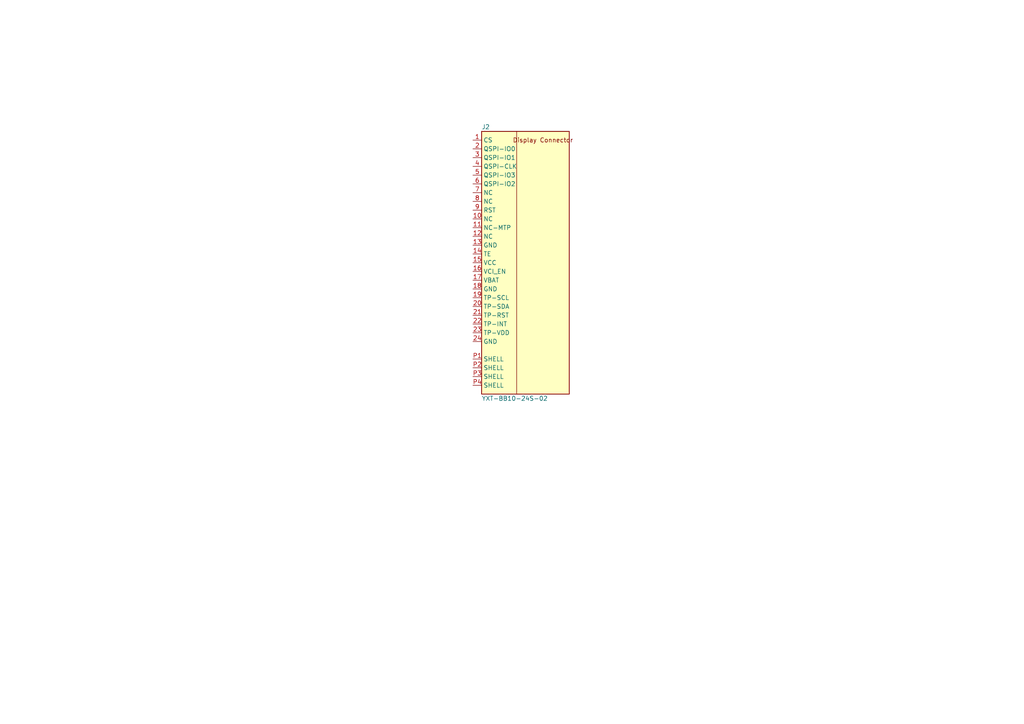
<source format=kicad_sch>
(kicad_sch (version 20231120) (generator "eeschema") (generator_version "8.0")
  (paper "A4")
  (lib_symbols
    (symbol "0_connector_smd:YXT-BB10-24S-02"
      (property "Reference" "J" (at 0 1.27 0))
      (property "Value" "YXT-BB10-24S-02" (at 0 -77.47 0))
      (symbol "YXT-BB10-24S-02_0_1"
        (polyline (pts (xy 10.16 -76.2) (xy 10.16 0)))
        (polyline (pts (xy 12.7 0) (xy 12.7 0)))
      )
      (symbol "YXT-BB10-24S-02_1_1"
        (rectangle (start 0 0) (end 25.4 -76.2) (stroke (width 0.254)) (fill (type background)))
        (text "Display Connector" (at 17.78 -2.54 0) (effects (font (size 1.27 1.27))))
        (pin unspecified line (at -2.54 -2.54 0) (length 2.54) (name "CS") (number "1"))
        (pin unspecified line (at -2.54 -25.4 0) (length 2.54) (name "NC") (number "10"))
        (pin unspecified line (at -2.54 -27.94 0) (length 2.54) (name "NC-MTP") (number "11"))
        (pin unspecified line (at -2.54 -30.48 0) (length 2.54) (name "NC") (number "12"))
        (pin unspecified line (at -2.54 -33.02 0) (length 2.54) (name "GND") (number "13"))
        (pin unspecified line (at -2.54 -35.56 0) (length 2.54) (name "TE") (number "14"))
        (pin unspecified line (at -2.54 -38.1 0) (length 2.54) (name "VCC") (number "15"))
        (pin unspecified line (at -2.54 -40.64 0) (length 2.54) (name "VCI_EN") (number "16"))
        (pin unspecified line (at -2.54 -43.18 0) (length 2.54) (name "VBAT") (number "17"))
        (pin unspecified line (at -2.54 -45.72 0) (length 2.54) (name "GND") (number "18"))
        (pin unspecified line (at -2.54 -48.26 0) (length 2.54) (name "TP-SCL") (number "19"))
        (pin unspecified line (at -2.54 -5.08 0) (length 2.54) (name "QSPI-IO0") (number "2"))
        (pin unspecified line (at -2.54 -50.8 0) (length 2.54) (name "TP-SDA") (number "20"))
        (pin unspecified line (at -2.54 -53.34 0) (length 2.54) (name "TP-RST") (number "21"))
        (pin unspecified line (at -2.54 -55.88 0) (length 2.54) (name "TP-INT") (number "22"))
        (pin unspecified line (at -2.54 -58.42 0) (length 2.54) (name "TP-VDD") (number "23"))
        (pin unspecified line (at -2.54 -60.96 0) (length 2.54) (name "GND") (number "24"))
        (pin unspecified line (at -2.54 -7.62 0) (length 2.54) (name "QSPI-IO1") (number "3"))
        (pin unspecified line (at -2.54 -10.16 0) (length 2.54) (name "QSPI-CLK") (number "4"))
        (pin unspecified line (at -2.54 -12.7 0) (length 2.54) (name "QSPI-IO3") (number "5"))
        (pin unspecified line (at -2.54 -15.24 0) (length 2.54) (name "QSPI-IO2") (number "6"))
        (pin unspecified line (at -2.54 -17.78 0) (length 2.54) (name "NC") (number "7"))
        (pin unspecified line (at -2.54 -20.32 0) (length 2.54) (name "NC") (number "8"))
        (pin unspecified line (at -2.54 -22.86 0) (length 2.54) (name "RST") (number "9"))
        (pin unspecified line (at -2.54 -66.04 0) (length 2.54) (name "SHELL") (number "P1"))
        (pin unspecified line (at -2.54 -68.58 0) (length 2.54) (name "SHELL") (number "P2"))
        (pin unspecified line (at -2.54 -71.12 0) (length 2.54) (name "SHELL") (number "P3"))
        (pin unspecified line (at -2.54 -73.66 0) (length 2.54) (name "SHELL") (number "P4"))
      )
    )
  )
  (symbol (lib_id "0_connector_smd:YXT-BB10-24S-02") (at 139.7 38.1 0) (unit 1)
    (property "Reference" "J2" (at 139.7 36.83 0) (effects (justify left)))
    (property "Value" "YXT-BB10-24S-02" (at 139.7 115.57 0) (effects (justify left)))
    (property "Datasheet" "http://www.yxt-pretech.com/vancheerfile/files/2022/8/20220801163313391.pdf" (effects (hide yes)))
    (property "Description" "0.4mm 2 24P -55℃~+85℃ Standing paste 500mA SMD,P=0.4mm Board-to-Board and Backplane Connector ROHS" (effects (hide yes)))
    (property "kode PN" "DOTCON03" (effects (hide yes)))
    (property "Manufacturer" "YXT" (effects (hide yes)))
    (property "Manufacturer PN" "YXT-BB10-24S-02" (effects (hide yes)))
    (property "Supplier 1" "LCSC" (effects (hide yes)))
    (property "Supplier 1 PN" "C2763965" (effects (hide yes)))
  )
)
</source>
